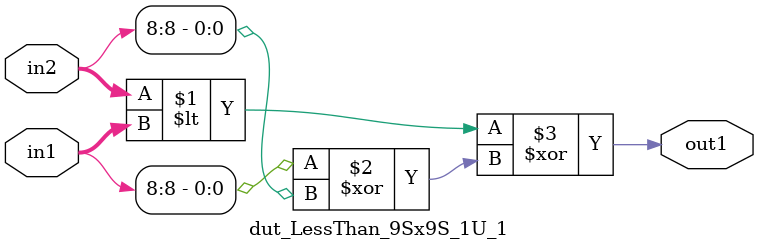
<source format=v>

`timescale 1ps / 1ps


module dut_LessThan_9Sx9S_1U_1( in2, in1, out1 );

    input [8:0] in2;
    input [8:0] in1;
    output out1;

    
    // rtl_process:dut_LessThan_9Sx9S_1U_1/dut_LessThan_9Sx9S_1U_1_thread_1
    assign out1 = (in2 < in1 ^ (in1[8] ^ in2[8]));

endmodule



</source>
